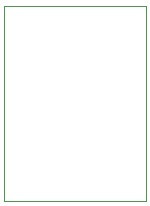
<source format=gbr>
G04 (created by PCBNEW (2013-jul-07)-stable) date Thu 23 Oct 2014 12:14:03 PM EDT*
%MOIN*%
G04 Gerber Fmt 3.4, Leading zero omitted, Abs format*
%FSLAX34Y34*%
G01*
G70*
G90*
G04 APERTURE LIST*
%ADD10C,0.00590551*%
%ADD11C,0.00393701*%
G04 APERTURE END LIST*
G54D10*
G54D11*
X24803Y-22244D02*
X24803Y-22047D01*
X20078Y-22244D02*
X24803Y-22244D01*
X20078Y-22047D02*
X20078Y-22244D01*
X20078Y-20472D02*
X20078Y-22047D01*
X24803Y-20472D02*
X24803Y-22047D01*
X20078Y-20472D02*
X20078Y-15748D01*
X24803Y-15748D02*
X24803Y-20472D01*
X20078Y-15748D02*
X24803Y-15748D01*
M02*

</source>
